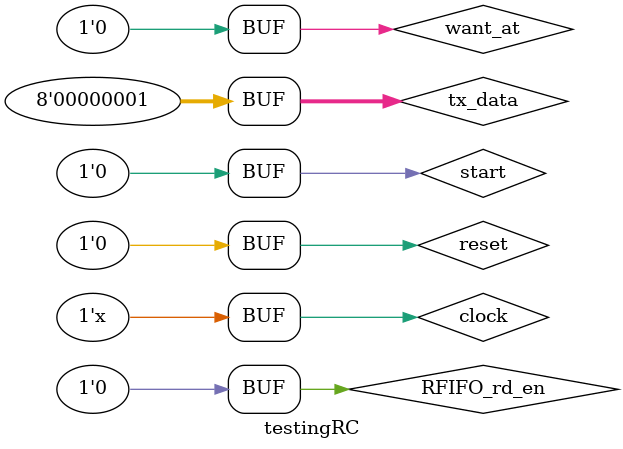
<source format=v>
`timescale 1us / 1ps

module testingRC;

	// Inputs
	reg clock;
	reg reset;
	reg [7:0] tx_data;
	reg start;
	reg want_at;
	reg RFIFO_rd_en;
	
	parameter cpd = 10'd50;
	parameter rc_timer_cap = 10'd12;
	wire data_line;

	// Outputs
	wire tx_done;
	wire at_response_flag;
	wire [15:0] RFIFO_out;
	wire [12:0] RFIFO_wr_count; 
	wire [11:0] RFIFO_rd_count; 
	wire ds_sending_flag;
	wire [7:0] stream_select;
	wire [7:0] commands, operands;
	wire l_r_ds_sending_flag, r_r_ds_sending_flag, ds_sending_flag_value, c, n;
	wire [1:0] rc_curr, rc_next;
	wire [9:0] rc_timer, n_rc_timer;

	// Instantiate the Unit Under Test (UUT)
	receiver_centre uut(
		.clock(clock), 
		.reset(reset),
		
		.uart_cpd(cpd), 
		.uart_spacing_limit(rc_timer_cap),
		 
		.fpga_rxd(data_line),
		
		.want_at(want_at),
		.at_response_flag(at_response_flag),
		.RFIFO_rd_en(RFIFO_rd_en), 
		.RFIFO_out(RFIFO_out), 
		.RFIFO_wr_count(RFIFO_wr_count), 
		.RFIFO_rd_count(RFIFO_rd_count),
		
		.stream_select(stream_select), 
		.ds_sending_flag(ds_sending_flag),
		
		.commands(commands), .operands(operands), .l_r_ds_sending_flag(l_r_ds_sending_flag), .r_r_ds_sending_flag(r_r_ds_sending_flag), .ds_sending_flag_value(ds_sending_flag_value),
		.rc_curr(rc_curr), .rc_next(rc_next), .c(c), .n(n),
		.rc_timer(rc_timer), .n_rc_timer(n_rc_timer)
	);
	
	UART_tx santas_little_helper(
			.clk(clock), 
			.resetn(~reset), 
			.start(start), 
			.cycles_per_databit(cpd), 
			.tx_line(data_line),
			.tx_data(tx_data),
			.tx_done(tx_done)
		);
	
	
	always begin
		#1 clock = !clock;
	end

	initial begin
		// Initialize Inputs
		clock = 0;
		reset = 1;
		want_at = 1'b0;
		RFIFO_rd_en = 1'b0;
		tx_data = 8'h00;
		start = 1'b0;
		
		// Wait 100 us for global reset to finish
		#100;
        
		// Add stimulus here
		#100 reset = 1'b0;
		#100 want_at = 1'b1;
		
		#220 tx_data = "O";
		#250 start = 1'b1;
		#275 start = 1'b0;
		
		#620 tx_data = "K";
		#650 start = 1'b1;
		#675 start = 1'b0;
		
		#800 RFIFO_rd_en = 1'b1;
		#801 RFIFO_rd_en = 1'b0;
		
		#1000 want_at = 1'b0;
		
		#1020 tx_data = 8'h00;
		#1021 start = 1'b1;
		#1055 start = 1'b0;
		
		#1056 tx_data = 8'h78;
		#1056 start = 1'b1;
		#1075 start = 1'b0;
		
		#1420 tx_data = 8'h01;
		#1450 start = 1'b1;
		#1475 start = 1'b0;
	end
	
endmodule


</source>
